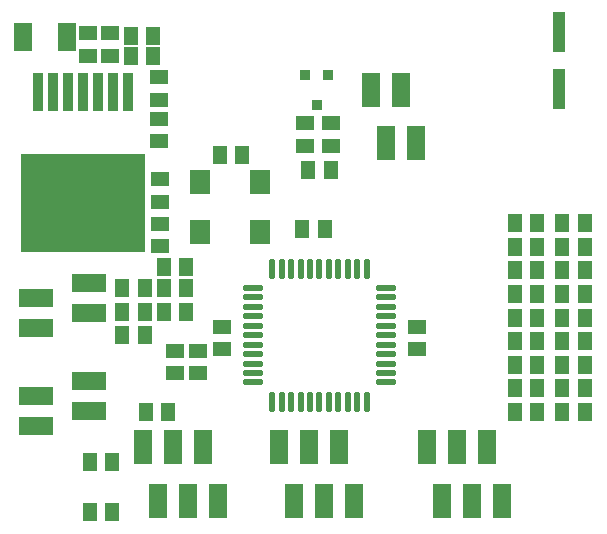
<source format=gtp>
G04 Layer_Color=8421504*
%FSLAX25Y25*%
%MOIN*%
G70*
G01*
G75*
%ADD10R,0.05118X0.05906*%
%ADD11R,0.03740X0.12598*%
%ADD12R,0.41339X0.32677*%
%ADD13O,0.02165X0.06890*%
%ADD14O,0.06890X0.02165*%
%ADD15R,0.05906X0.05118*%
%ADD16R,0.11811X0.05906*%
%ADD17R,0.05906X0.11811*%
%ADD18R,0.05906X0.09449*%
%ADD19R,0.07000X0.07900*%
%ADD20R,0.03937X0.13386*%
%ADD21R,0.03543X0.03740*%
%ADD22R,0.03543X0.03740*%
D10*
X77559Y-72835D02*
D03*
X70079D02*
D03*
X40453Y-39862D02*
D03*
X47933D02*
D03*
X47933Y-32972D02*
D03*
X40453D02*
D03*
X34252Y-175197D02*
D03*
X26772D02*
D03*
X34252Y-191929D02*
D03*
X26772D02*
D03*
X107087Y-77756D02*
D03*
X99606D02*
D03*
X52953Y-158465D02*
D03*
X45472D02*
D03*
X105118Y-97441D02*
D03*
X97638D02*
D03*
X37598Y-117126D02*
D03*
X45079D02*
D03*
X51378D02*
D03*
X58858D02*
D03*
X58858Y-110236D02*
D03*
X51378D02*
D03*
X51378Y-125000D02*
D03*
X58858D02*
D03*
X37598D02*
D03*
X45079D02*
D03*
X37598Y-132874D02*
D03*
X45079D02*
D03*
X191732Y-158465D02*
D03*
X184252D02*
D03*
X191732Y-150591D02*
D03*
X184252D02*
D03*
X191732Y-142717D02*
D03*
X184252D02*
D03*
X191732Y-134843D02*
D03*
X184252D02*
D03*
X191732Y-119095D02*
D03*
X184252D02*
D03*
X191732Y-111221D02*
D03*
X184252D02*
D03*
X191732Y-103347D02*
D03*
X184252D02*
D03*
X191732Y-95472D02*
D03*
X184252D02*
D03*
X168504Y-158465D02*
D03*
X175984D02*
D03*
X168503Y-150589D02*
D03*
X175983D02*
D03*
X168504Y-142717D02*
D03*
X175984D02*
D03*
X168504Y-126969D02*
D03*
X175984D02*
D03*
X168504Y-119095D02*
D03*
X175984D02*
D03*
X168504Y-111221D02*
D03*
X175984D02*
D03*
X168504Y-103347D02*
D03*
X175984D02*
D03*
X168504Y-95472D02*
D03*
X175984D02*
D03*
X168504Y-134843D02*
D03*
X175984D02*
D03*
X191732Y-126969D02*
D03*
X184252D02*
D03*
D11*
X39508Y-51673D02*
D03*
X34508D02*
D03*
X29508D02*
D03*
X24508D02*
D03*
X19508D02*
D03*
X14508D02*
D03*
X9508D02*
D03*
D12*
X24508Y-88878D02*
D03*
D13*
X87598Y-155118D02*
D03*
X90748D02*
D03*
X93898D02*
D03*
X97047D02*
D03*
X100197D02*
D03*
X103347D02*
D03*
X106496D02*
D03*
X109646D02*
D03*
X112795D02*
D03*
X115945D02*
D03*
X119095D02*
D03*
Y-110630D02*
D03*
X115945D02*
D03*
X112795D02*
D03*
X109646D02*
D03*
X106496D02*
D03*
X103347D02*
D03*
X100197D02*
D03*
X97047D02*
D03*
X93898D02*
D03*
X90748D02*
D03*
X87598D02*
D03*
D14*
X125591Y-148622D02*
D03*
Y-145472D02*
D03*
Y-142323D02*
D03*
Y-139173D02*
D03*
Y-136024D02*
D03*
Y-132874D02*
D03*
Y-129724D02*
D03*
Y-126575D02*
D03*
Y-123425D02*
D03*
Y-120276D02*
D03*
Y-117126D02*
D03*
X81102D02*
D03*
Y-120276D02*
D03*
Y-123425D02*
D03*
Y-126575D02*
D03*
Y-129724D02*
D03*
Y-132874D02*
D03*
Y-136024D02*
D03*
Y-139173D02*
D03*
Y-142323D02*
D03*
Y-145472D02*
D03*
Y-148622D02*
D03*
D15*
X50000Y-68209D02*
D03*
Y-60728D02*
D03*
X33563Y-32283D02*
D03*
Y-39764D02*
D03*
X107283Y-62205D02*
D03*
Y-69685D02*
D03*
X55118Y-137992D02*
D03*
Y-145472D02*
D03*
X62992Y-137992D02*
D03*
Y-145472D02*
D03*
X50197Y-95669D02*
D03*
Y-103150D02*
D03*
X26280Y-39665D02*
D03*
Y-32185D02*
D03*
X50000Y-54331D02*
D03*
Y-46850D02*
D03*
X135827Y-130118D02*
D03*
Y-137598D02*
D03*
X70866Y-137598D02*
D03*
Y-130118D02*
D03*
X98425Y-69685D02*
D03*
Y-62205D02*
D03*
X50197Y-80905D02*
D03*
Y-88386D02*
D03*
D16*
X8858Y-130532D02*
D03*
X26575Y-125531D02*
D03*
X8858Y-120531D02*
D03*
X26575Y-115532D02*
D03*
X8858Y-163012D02*
D03*
X26575Y-158012D02*
D03*
X8858Y-153012D02*
D03*
X26575Y-148012D02*
D03*
D17*
X69587Y-187992D02*
D03*
X64587Y-170276D02*
D03*
X59587Y-187992D02*
D03*
X54587Y-170276D02*
D03*
X49587Y-187992D02*
D03*
X44587Y-170276D02*
D03*
X164075Y-187992D02*
D03*
X159075Y-170276D02*
D03*
X154075Y-187992D02*
D03*
X149075Y-170276D02*
D03*
X144075Y-187992D02*
D03*
X139075Y-170276D02*
D03*
X135453Y-68898D02*
D03*
X130453Y-51181D02*
D03*
X125453Y-68898D02*
D03*
X120453Y-51181D02*
D03*
X89862Y-170276D02*
D03*
X94862Y-187992D02*
D03*
X99862Y-170276D02*
D03*
X104862Y-187992D02*
D03*
X109862Y-170276D02*
D03*
X114862Y-187992D02*
D03*
D18*
X19193Y-33563D02*
D03*
X4626D02*
D03*
D19*
X83661Y-98425D02*
D03*
Y-81925D02*
D03*
X63661Y-98425D02*
D03*
Y-81925D02*
D03*
D20*
X183071Y-50787D02*
D03*
Y-31890D02*
D03*
D21*
X102362Y-56102D02*
D03*
X106102Y-46260D02*
D03*
D22*
X98622Y-46260D02*
D03*
M02*

</source>
